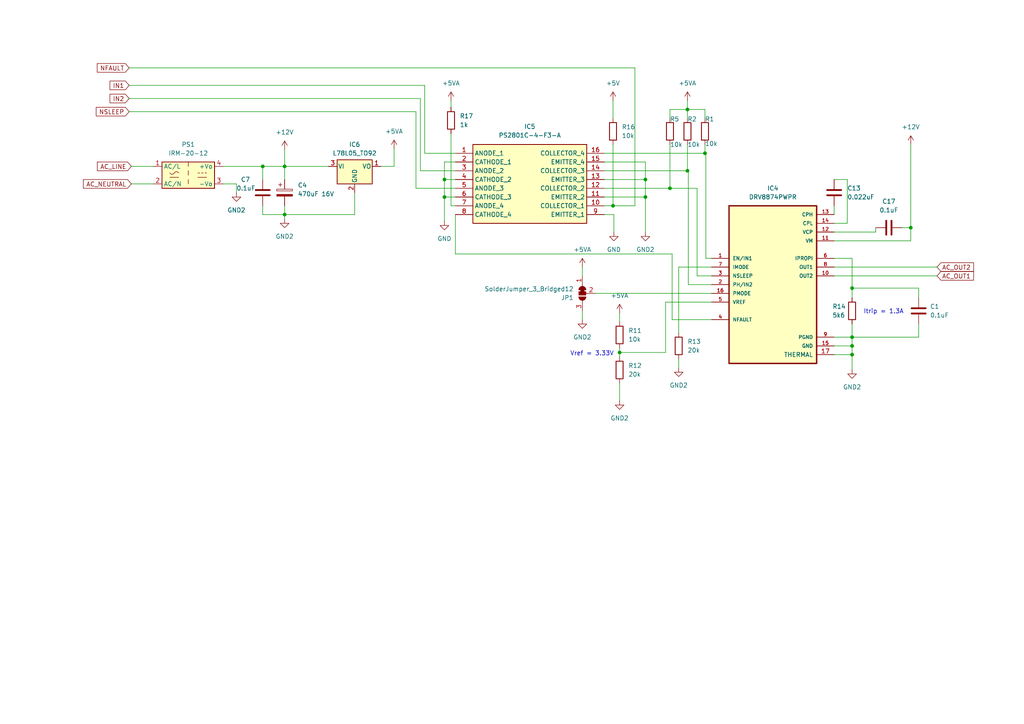
<source format=kicad_sch>
(kicad_sch (version 20230121) (generator eeschema)
  (paper "A4")
  (lib_symbols
    (symbol "Converter_ACDC:IRM-20-5"
      (property "Reference" "PS" (at 0 5.08 0))
      (property "Value" "IRM-20-5" (at 0 -5.08 0))
      (symbol "IRM-20-5_0_1"
        (rectangle (start -7.62 3.81) (end 7.62 -3.81) (stroke (width 0.254)) (fill (type background)))
        (arc (start -5.334 0.635) (mid -4.699 0.2495) (end -4.064 0.635))
        (arc (start -2.794 0.635) (mid -3.429 1.0072) (end -4.064 0.635))
        (polyline (pts (xy -5.334 -0.635) (xy -2.794 -0.635)))
        (polyline (pts (xy 0 -1.27) (xy 0 -2.54)))
        (polyline (pts (xy 0 1.27) (xy 0 0)))
        (polyline (pts (xy 0 3.81) (xy 0 2.54)))
        (polyline (pts (xy 2.794 -0.635) (xy 5.334 -0.635)))
        (polyline (pts (xy 2.794 0.635) (xy 3.302 0.635)))
        (polyline (pts (xy 3.81 0.635) (xy 4.318 0.635)))
        (polyline (pts (xy 4.826 0.635) (xy 5.334 0.635)))
      )
      (symbol "IRM-20-5_1_1"
        (pin power_in line (at -10.16 2.54 0) (length 2.54) (name "AC/L") (number "1"))
        (pin power_in line (at -10.16 -2.54 0) (length 2.54) (name "AC/N") (number "2"))
        (pin power_out line (at 10.16 -2.54 180) (length 2.54) (name "-Vo") (number "3"))
        (pin power_out line (at 10.16 2.54 180) (length 2.54) (name "+Vo") (number "4"))
      )
    )
    (symbol "DRV8874PWPR:DRV8874PWPR" (pin_names (offset 1.016))
      (property "Reference" "U" (at -12.7 23.86 0))
      (property "Value" "DRV8874PWPR" (at -12.7 -26.86 0))
      (symbol "DRV8874PWPR_0_0"
        (rectangle (start -12.7 -22.86) (end 12.7 22.86) (stroke (width 0.41)) (fill (type background)))
        (pin input line (at -17.78 7.62 0) (length 5.08) (name "EN/IN1") (number "1"))
        (pin output line (at 17.78 2.54 180) (length 5.08) (name "OUT2") (number "10"))
        (pin power_in line (at 17.78 12.7 180) (length 5.08) (name "VM") (number "11"))
        (pin power_in line (at 17.78 15.24 180) (length 5.08) (name "VCP") (number "12"))
        (pin power_in line (at 17.78 20.32 180) (length 5.08) (name "CPH") (number "13"))
        (pin power_in line (at 17.78 17.78 180) (length 5.08) (name "CPL") (number "14"))
        (pin power_in line (at 17.78 -17.78 180) (length 5.08) (name "GND") (number "15"))
        (pin input line (at -17.78 -2.54 0) (length 5.08) (name "PMODE") (number "16"))
        (pin input line (at -17.78 0 0) (length 5.08) (name "PH/IN2") (number "2"))
        (pin input line (at -17.78 2.54 0) (length 5.08) (name "NSLEEP") (number "3"))
        (pin bidirectional line (at -17.78 -10.16 0) (length 5.08) (name "NFAULT") (number "4"))
        (pin input line (at -17.78 -5.08 0) (length 5.08) (name "VREF") (number "5"))
        (pin output line (at 17.78 7.62 180) (length 5.08) (name "IPROPI") (number "6"))
        (pin input line (at -17.78 5.08 0) (length 5.08) (name "IMODE") (number "7"))
        (pin output line (at 17.78 5.08 180) (length 5.08) (name "OUT1") (number "8"))
        (pin power_in line (at 17.78 -15.24 180) (length 5.08) (name "PGND") (number "9"))
      )
      (symbol "DRV8874PWPR_1_1"
        (pin input line (at 17.78 -20.32 180) (length 5.08) (name "THERMAL") (number "17"))
      )
    )
    (symbol "Device:C" (pin_numbers hide) (pin_names (offset 0.254))
      (property "Reference" "C" (at 0.635 2.54 0))
      (property "Value" "C" (at 0.635 -2.54 0))
      (symbol "C_0_1"
        (polyline (pts (xy -2.032 -0.762) (xy 2.032 -0.762)) (stroke (width 0.508)))
        (polyline (pts (xy -2.032 0.762) (xy 2.032 0.762)) (stroke (width 0.508)))
      )
      (symbol "C_1_1"
        (pin passive line (at 0 3.81 270) (length 2.794) (name "~") (number "1"))
        (pin passive line (at 0 -3.81 90) (length 2.794) (name "~") (number "2"))
      )
    )
    (symbol "Device:C_Polarized" (pin_numbers hide) (pin_names (offset 0.254))
      (property "Reference" "C" (at 0.635 2.54 0))
      (property "Value" "C_Polarized" (at 0.635 -2.54 0))
      (symbol "C_Polarized_0_1"
        (rectangle (start -2.286 0.508) (end 2.286 1.016))
        (polyline (pts (xy -1.778 2.286) (xy -0.762 2.286)))
        (polyline (pts (xy -1.27 2.794) (xy -1.27 1.778)))
        (rectangle (start 2.286 -0.508) (end -2.286 -1.016) (fill (type outline)))
      )
      (symbol "C_Polarized_1_1"
        (pin passive line (at 0 3.81 270) (length 2.794) (name "~") (number "1"))
        (pin passive line (at 0 -3.81 90) (length 2.794) (name "~") (number "2"))
      )
    )
    (symbol "Device:R" (pin_numbers hide) (pin_names (offset 0))
      (property "Reference" "R" (at 2.032 0 90))
      (property "Value" "R" (at 0 0 90))
      (symbol "R_0_1"
        (rectangle (start -1.016 -2.54) (end 1.016 2.54) (stroke (width 0.254)))
      )
      (symbol "R_1_1"
        (pin passive line (at 0 3.81 270) (length 1.27) (name "~") (number "1"))
        (pin passive line (at 0 -3.81 90) (length 1.27) (name "~") (number "2"))
      )
    )
    (symbol "Jumper:SolderJumper_3_Bridged12" (pin_names (offset 0) hide)
      (property "Reference" "JP" (at -2.54 -2.54 0))
      (property "Value" "SolderJumper_3_Bridged12" (at 0 2.794 0))
      (symbol "SolderJumper_3_Bridged12_0_1"
        (rectangle (start -1.016 0.508) (end -0.508 -0.508) (fill (type outline)))
        (arc (start -1.016 1.016) (mid -2.0276 0) (end -1.016 -1.016))
        (arc (start -1.016 1.016) (mid -2.0276 0) (end -1.016 -1.016) (fill (type outline)))
        (rectangle (start -0.508 1.016) (end 0.508 -1.016) (fill (type outline)))
        (polyline (pts (xy -2.54 0) (xy -2.032 0)))
        (polyline (pts (xy -1.016 1.016) (xy -1.016 -1.016)))
        (polyline (pts (xy 0 -1.27) (xy 0 -1.016)))
        (polyline (pts (xy 1.016 1.016) (xy 1.016 -1.016)))
        (polyline (pts (xy 2.54 0) (xy 2.032 0)))
        (arc (start 1.016 -1.016) (mid 2.0276 0) (end 1.016 1.016))
        (arc (start 1.016 -1.016) (mid 2.0276 0) (end 1.016 1.016) (fill (type outline)))
      )
      (symbol "SolderJumper_3_Bridged12_1_1"
        (pin passive line (at -5.08 0 0) (length 2.54) (name "A") (number "1"))
        (pin passive line (at 0 -3.81 90) (length 2.54) (name "C") (number "2"))
        (pin passive line (at 5.08 0 180) (length 2.54) (name "B") (number "3"))
      )
    )
    (symbol "PS2801C-4-F3-A:PS2801C-4-F3-A"
      (property "Reference" "IC" (at 39.37 7.62 0))
      (property "Value" "PS2801C-4-F3-A" (at 39.37 5.08 0))
      (symbol "PS2801C-4-F3-A_1_1"
        (rectangle (start 5.08 2.54) (end 38.1 -20.32) (stroke (width 0.254)) (fill (type background)))
        (pin passive line (at 0 0 0) (length 5.08) (name "ANODE_1") (number "1"))
        (pin passive line (at 43.18 -15.24 180) (length 5.08) (name "COLLECTOR_1") (number "10"))
        (pin passive line (at 43.18 -12.7 180) (length 5.08) (name "EMITTER_2") (number "11"))
        (pin passive line (at 43.18 -10.16 180) (length 5.08) (name "COLLECTOR_2") (number "12"))
        (pin passive line (at 43.18 -7.62 180) (length 5.08) (name "EMITTER_3") (number "13"))
        (pin passive line (at 43.18 -5.08 180) (length 5.08) (name "COLLECTOR_3") (number "14"))
        (pin passive line (at 43.18 -2.54 180) (length 5.08) (name "EMITTER_4") (number "15"))
        (pin passive line (at 43.18 0 180) (length 5.08) (name "COLLECTOR_4") (number "16"))
        (pin passive line (at 0 -2.54 0) (length 5.08) (name "CATHODE_1") (number "2"))
        (pin passive line (at 0 -5.08 0) (length 5.08) (name "ANODE_2") (number "3"))
        (pin passive line (at 0 -7.62 0) (length 5.08) (name "CATHODE_2") (number "4"))
        (pin passive line (at 0 -10.16 0) (length 5.08) (name "ANODE_3") (number "5"))
        (pin passive line (at 0 -12.7 0) (length 5.08) (name "CATHODE_3") (number "6"))
        (pin passive line (at 0 -15.24 0) (length 5.08) (name "ANODE_4") (number "7"))
        (pin passive line (at 0 -17.78 0) (length 5.08) (name "CATHODE_4") (number "8"))
        (pin passive line (at 43.18 -17.78 180) (length 5.08) (name "EMITTER_1") (number "9"))
      )
    )
    (symbol "Regulator_Linear:L78L05_TO92" (pin_names (offset 0.254))
      (property "Reference" "U" (at -3.81 3.175 0))
      (property "Value" "L78L05_TO92" (at 0 3.175 0))
      (symbol "L78L05_TO92_0_1"
        (rectangle (start -5.08 -5.08) (end 5.08 1.905) (stroke (width 0.254)) (fill (type background)))
      )
      (symbol "L78L05_TO92_1_1"
        (pin power_out line (at 7.62 0 180) (length 2.54) (name "VO") (number "1"))
        (pin power_in line (at 0 -7.62 90) (length 2.54) (name "GND") (number "2"))
        (pin power_in line (at -7.62 0 0) (length 2.54) (name "VI") (number "3"))
      )
    )
    (symbol "power:+12V" (power) (pin_names (offset 0))
      (property "Value" "+12V" (at 0 3.556 0))
      (symbol "+12V_0_1"
        (polyline (pts (xy -0.762 1.27) (xy 0 2.54)))
        (polyline (pts (xy 0 0) (xy 0 2.54)))
        (polyline (pts (xy 0 2.54) (xy 0.762 1.27)))
      )
      (symbol "+12V_1_1"
        (pin power_in line (at 0 0 90) (length 0) hide (name "+12V") (number "1"))
      )
    )
    (symbol "power:+5V" (power) (pin_names (offset 0))
      (property "Value" "+5V" (at 0 3.556 0))
      (symbol "+5V_0_1"
        (polyline (pts (xy -0.762 1.27) (xy 0 2.54)))
        (polyline (pts (xy 0 0) (xy 0 2.54)))
        (polyline (pts (xy 0 2.54) (xy 0.762 1.27)))
      )
      (symbol "+5V_1_1"
        (pin power_in line (at 0 0 90) (length 0) hide (name "+5V") (number "1"))
      )
    )
    (symbol "power:+5VA" (power) (pin_names (offset 0))
      (property "Value" "+5VA" (at 0 3.556 0))
      (symbol "+5VA_0_1"
        (polyline (pts (xy -0.762 1.27) (xy 0 2.54)))
        (polyline (pts (xy 0 0) (xy 0 2.54)))
        (polyline (pts (xy 0 2.54) (xy 0.762 1.27)))
      )
      (symbol "+5VA_1_1"
        (pin power_in line (at 0 0 90) (length 0) hide (name "+5VA") (number "1"))
      )
    )
    (symbol "power:GND" (power) (pin_names (offset 0))
      (property "Value" "GND" (at 0 -3.81 0))
      (symbol "GND_0_1"
        (polyline (pts (xy 0 0) (xy 0 -1.27) (xy 1.27 -1.27) (xy 0 -2.54) (xy -1.27 -1.27) (xy 0 -1.27)))
      )
      (symbol "GND_1_1"
        (pin power_in line (at 0 0 270) (length 0) hide (name "GND") (number "1"))
      )
    )
    (symbol "power:GND2" (power) (pin_names (offset 0))
      (property "Value" "GND2" (at 0 -3.81 0))
      (symbol "GND2_0_1"
        (polyline (pts (xy 0 0) (xy 0 -1.27) (xy 1.27 -1.27) (xy 0 -2.54) (xy -1.27 -1.27) (xy 0 -1.27)))
      )
      (symbol "GND2_1_1"
        (pin power_in line (at 0 0 270) (length 0) hide (name "GND2") (number "1"))
      )
    )
  )
  (junction (at 194.31 54.61))
  (junction (at 187.198 52.07))
  (junction (at 177.8 59.69))
  (junction (at 187.198 57.15))
  (junction (at 199.39 49.53))
  (junction (at 128.905 52.07))
  (junction (at 82.55 48.26))
  (junction (at 247.142 102.87))
  (junction (at 179.705 102.235))
  (junction (at 204.47 44.45))
  (junction (at 247.142 100.33))
  (junction (at 199.39 31.75))
  (junction (at 82.55 62.23))
  (junction (at 247.142 97.79))
  (junction (at 76.2 48.26))
  (junction (at 264.16 66.04))
  (junction (at 247.142 83.566))
  (junction (at 128.905 57.15))
  (wire (pts (xy 206.375 74.93) (xy 204.724 74.93)))
  (wire (pts (xy 179.705 90.805) (xy 179.705 93.345)))
  (wire (pts (xy 206.375 77.47) (xy 196.85 77.47)))
  (wire (pts (xy 130.81 59.69) (xy 130.81 38.735)))
  (wire (pts (xy 76.2 48.26) (xy 82.55 48.26)))
  (wire (pts (xy 206.375 82.55) (xy 199.644 82.55)))
  (wire (pts (xy 82.55 48.26) (xy 82.55 43.434)))
  (wire (pts (xy 76.2 62.23) (xy 82.55 62.23)))
  (wire (pts (xy 38.1 48.26) (xy 44.45 48.26)))
  (wire (pts (xy 247.142 74.93) (xy 247.142 83.566)))
  (wire (pts (xy 204.47 41.91) (xy 204.47 44.45)))
  (wire (pts (xy 266.446 86.36) (xy 266.446 83.566)))
  (wire (pts (xy 199.39 49.53) (xy 175.26 49.53)))
  (wire (pts (xy 175.26 59.69) (xy 177.8 59.69)))
  (wire (pts (xy 241.935 97.79) (xy 247.142 97.79)))
  (wire (pts (xy 266.446 83.566) (xy 247.142 83.566)))
  (wire (pts (xy 247.142 74.93) (xy 241.935 74.93)))
  (wire (pts (xy 128.905 46.99) (xy 128.905 52.07)))
  (wire (pts (xy 204.724 44.45) (xy 204.47 44.45)))
  (wire (pts (xy 247.142 93.98) (xy 247.142 97.79)))
  (wire (pts (xy 247.142 100.33) (xy 247.142 102.87)))
  (wire (pts (xy 241.935 67.31) (xy 254 67.31)))
  (wire (pts (xy 175.26 52.07) (xy 187.198 52.07)))
  (wire (pts (xy 184.15 19.685) (xy 184.15 59.69)))
  (wire (pts (xy 64.77 48.26) (xy 76.2 48.26)))
  (wire (pts (xy 123.19 24.765) (xy 37.465 24.765)))
  (wire (pts (xy 132.08 49.53) (xy 121.92 49.53)))
  (wire (pts (xy 37.465 19.685) (xy 184.15 19.685)))
  (wire (pts (xy 206.375 87.63) (xy 193.04 87.63)))
  (wire (pts (xy 38.1 53.34) (xy 44.45 53.34)))
  (wire (pts (xy 132.08 59.69) (xy 130.81 59.69)))
  (wire (pts (xy 179.705 111.125) (xy 179.705 116.205)))
  (wire (pts (xy 247.142 83.566) (xy 247.142 86.36)))
  (wire (pts (xy 132.08 44.45) (xy 123.19 44.45)))
  (wire (pts (xy 64.77 53.34) (xy 68.58 53.34)))
  (wire (pts (xy 196.85 77.47) (xy 196.85 96.52)))
  (wire (pts (xy 206.375 80.01) (xy 202.184 80.01)))
  (wire (pts (xy 175.26 46.99) (xy 187.198 46.99)))
  (wire (pts (xy 264.16 41.91) (xy 264.16 66.04)))
  (wire (pts (xy 82.55 48.26) (xy 82.55 52.07)))
  (wire (pts (xy 199.39 41.91) (xy 199.39 49.53)))
  (wire (pts (xy 241.935 102.87) (xy 247.142 102.87)))
  (wire (pts (xy 128.905 52.07) (xy 128.905 57.15)))
  (wire (pts (xy 199.39 31.75) (xy 199.39 34.29)))
  (wire (pts (xy 194.31 31.75) (xy 199.39 31.75)))
  (wire (pts (xy 187.198 46.99) (xy 187.198 52.07)))
  (wire (pts (xy 204.47 31.75) (xy 199.39 31.75)))
  (wire (pts (xy 132.08 73.66) (xy 132.08 62.23)))
  (wire (pts (xy 121.92 49.53) (xy 121.92 28.575)))
  (wire (pts (xy 168.91 90.17) (xy 168.91 92.71)))
  (wire (pts (xy 132.08 54.61) (xy 120.65 54.61)))
  (wire (pts (xy 82.55 62.23) (xy 82.55 63.5)))
  (wire (pts (xy 132.08 46.99) (xy 128.905 46.99)))
  (wire (pts (xy 177.8 29.21) (xy 177.8 34.29)))
  (wire (pts (xy 123.19 44.45) (xy 123.19 24.765)))
  (wire (pts (xy 245.745 64.77) (xy 241.935 64.77)))
  (wire (pts (xy 196.85 104.14) (xy 196.85 106.68)))
  (wire (pts (xy 194.945 92.71) (xy 194.945 73.66)))
  (wire (pts (xy 241.935 59.69) (xy 241.935 62.23)))
  (wire (pts (xy 102.87 55.88) (xy 102.87 62.23)))
  (wire (pts (xy 241.935 77.47) (xy 271.78 77.47)))
  (wire (pts (xy 261.62 66.04) (xy 264.16 66.04)))
  (wire (pts (xy 120.65 32.385) (xy 37.465 32.385)))
  (wire (pts (xy 194.945 73.66) (xy 132.08 73.66)))
  (wire (pts (xy 241.935 52.07) (xy 245.745 52.07)))
  (wire (pts (xy 175.26 57.15) (xy 187.198 57.15)))
  (wire (pts (xy 194.31 54.61) (xy 175.26 54.61)))
  (wire (pts (xy 178.054 62.23) (xy 178.054 67.31)))
  (wire (pts (xy 187.198 57.15) (xy 187.198 67.31)))
  (wire (pts (xy 241.935 69.85) (xy 264.16 69.85)))
  (wire (pts (xy 202.184 54.61) (xy 194.31 54.61)))
  (wire (pts (xy 132.08 52.07) (xy 128.905 52.07)))
  (wire (pts (xy 172.72 85.09) (xy 206.375 85.09)))
  (wire (pts (xy 121.92 28.575) (xy 37.465 28.575)))
  (wire (pts (xy 245.745 52.07) (xy 245.745 64.77)))
  (wire (pts (xy 199.644 49.53) (xy 199.39 49.53)))
  (wire (pts (xy 264.16 66.04) (xy 264.16 69.85)))
  (wire (pts (xy 187.198 52.07) (xy 187.198 57.15)))
  (wire (pts (xy 82.55 48.26) (xy 95.25 48.26)))
  (wire (pts (xy 177.8 59.69) (xy 177.8 41.91)))
  (wire (pts (xy 199.644 82.55) (xy 199.644 49.53)))
  (wire (pts (xy 204.47 34.29) (xy 204.47 31.75)))
  (wire (pts (xy 76.2 59.69) (xy 76.2 62.23)))
  (wire (pts (xy 102.87 62.23) (xy 82.55 62.23)))
  (wire (pts (xy 204.724 74.93) (xy 204.724 44.45)))
  (wire (pts (xy 266.446 93.98) (xy 266.446 97.79)))
  (wire (pts (xy 110.49 48.26) (xy 114.3 48.26)))
  (wire (pts (xy 179.705 100.965) (xy 179.705 102.235)))
  (wire (pts (xy 68.58 53.34) (xy 68.58 55.88)))
  (wire (pts (xy 184.15 59.69) (xy 177.8 59.69)))
  (wire (pts (xy 194.31 41.91) (xy 194.31 54.61)))
  (wire (pts (xy 82.55 59.69) (xy 82.55 62.23)))
  (wire (pts (xy 204.47 44.45) (xy 175.26 44.45)))
  (wire (pts (xy 199.39 29.21) (xy 199.39 31.75)))
  (wire (pts (xy 247.142 97.79) (xy 247.142 100.33)))
  (wire (pts (xy 130.81 29.21) (xy 130.81 31.115)))
  (wire (pts (xy 128.905 57.15) (xy 128.905 64.135)))
  (wire (pts (xy 114.3 48.26) (xy 114.3 43.18)))
  (wire (pts (xy 202.184 80.01) (xy 202.184 54.61)))
  (wire (pts (xy 76.2 48.26) (xy 76.2 52.07)))
  (wire (pts (xy 194.31 34.29) (xy 194.31 31.75)))
  (wire (pts (xy 120.65 54.61) (xy 120.65 32.385)))
  (wire (pts (xy 254 67.31) (xy 254 66.04)))
  (wire (pts (xy 241.935 80.01) (xy 271.78 80.01)))
  (wire (pts (xy 206.375 92.71) (xy 194.945 92.71)))
  (wire (pts (xy 241.935 100.33) (xy 247.142 100.33)))
  (wire (pts (xy 247.142 102.87) (xy 247.142 107.188)))
  (wire (pts (xy 179.705 102.235) (xy 179.705 103.505)))
  (wire (pts (xy 193.04 102.235) (xy 179.705 102.235)))
  (wire (pts (xy 193.04 87.63) (xy 193.04 102.235)))
  (wire (pts (xy 132.08 57.15) (xy 128.905 57.15)))
  (wire (pts (xy 266.446 97.79) (xy 247.142 97.79)))
  (wire (pts (xy 175.26 62.23) (xy 178.054 62.23)))
  (wire (pts (xy 168.91 77.47) (xy 168.91 80.01)))
  (text "Vref = 3.33V" (at 165.354 103.378 0) (effects (font (size 1.27 1.27)) (justify left bottom)))
  (text "Itrip = 1.3A" (at 250.444 91.186 0) (effects (font (size 1.27 1.27)) (justify left bottom)))
  (global_label "IN1" (shape input) (at 37.465 24.765 180) (property "Intersheetrefs" "${INTERSHEET_REFS}" (effects hide)))
  (global_label "NSLEEP" (shape input) (at 37.465 32.385 180) (property "Intersheetrefs" "${INTERSHEET_REFS}" (effects hide)))
  (global_label "AC_NEUTRAL" (shape input) (at 38.1 53.34 180) (property "Intersheetrefs" "${INTERSHEET_REFS}" (effects hide)))
  (global_label "IN2" (shape input) (at 37.465 28.575 180) (property "Intersheetrefs" "${INTERSHEET_REFS}" (effects hide)))
  (global_label "NFAULT" (shape input) (at 37.465 19.685 180) (property "Intersheetrefs" "${INTERSHEET_REFS}" (effects hide)))
  (global_label "AC_OUT1" (shape input) (at 271.78 80.01 0) (property "Intersheetrefs" "${INTERSHEET_REFS}" (effects hide)))
  (global_label "AC_OUT2" (shape input) (at 271.78 77.47 0) (property "Intersheetrefs" "${INTERSHEET_REFS}" (effects hide)))
  (global_label "AC_LINE" (shape input) (at 38.1 48.26 180) (property "Intersheetrefs" "${INTERSHEET_REFS}" (effects hide)))
  (symbol (lib_id "Device:C") (at 76.2 55.88 180) (unit 1)
    (property "Reference" "C7" (at 69.85 52.07 0) (effects (justify right)))
    (property "Value" "0.1uF" (at 68.58 54.61 0) (effects (justify right)))
    (property "Footprint" "Capacitor_SMD:C_0805_2012Metric_Pad1.18x1.45mm_HandSolder" (effects hide))
  )
  (symbol (lib_id "Device:C") (at 266.446 90.17 180) (unit 1)
    (property "Reference" "C1" (at 269.748 88.9 0) (effects (justify right)))
    (property "Value" "0.1uF" (at 269.748 91.44 0) (effects (justify right)))
    (property "Footprint" "Capacitor_SMD:C_0805_2012Metric_Pad1.18x1.45mm_HandSolder" (effects hide))
  )
  (symbol (lib_id "Device:C") (at 241.935 55.88 0) (unit 1)
    (property "Reference" "C13" (at 245.745 54.61 0) (effects (justify left)))
    (property "Value" "0.022uF" (at 245.745 57.15 0) (effects (justify left)))
    (property "Footprint" "Capacitor_SMD:C_0805_2012Metric_Pad1.18x1.45mm_HandSolder" (effects hide))
  )
  (symbol (lib_id "power:+5VA") (at 130.81 29.21 0) (unit 1)
    (property "Reference" "#PWR029" (effects hide))
    (property "Value" "+5VA" (at 130.81 24.13 0))
  )
  (symbol (lib_id "power:+5VA") (at 179.705 90.805 0) (unit 1)
    (property "Reference" "#PWR08" (effects hide))
    (property "Value" "+5VA" (at 179.705 85.725 0))
  )
  (symbol (lib_id "power:GND2") (at 168.91 92.71 0) (unit 1)
    (property "Reference" "#PWR022" (effects hide))
    (property "Value" "GND2" (at 168.91 97.79 0))
  )
  (symbol (lib_id "Converter_ACDC:IRM-20-5") (at 54.61 50.8 0) (unit 1)
    (property "Reference" "PS1" (at 54.61 41.91 0))
    (property "Value" "IRM-20-12" (at 54.61 44.45 0))
    (property "Footprint" "Converter_ACDC:Converter_ACDC_MeanWell_IRM-20-xx_THT" (effects hide))
    (property "Datasheet" "http://www.meanwell.com/Upload/PDF/IRM-20/IRM-20-SPEC.PDF" (effects hide))
  )
  (symbol (lib_id "power:GND2") (at 187.198 67.31 0) (unit 1)
    (property "Reference" "#PWR014" (effects hide))
    (property "Value" "GND2" (at 187.198 72.39 0))
  )
  (symbol (lib_id "Device:R") (at 194.31 38.1 0) (unit 1)
    (property "Reference" "R5" (at 194.31 34.544 0) (effects (justify left)))
    (property "Value" "10k" (at 194.31 41.91 0) (effects (justify left)))
    (property "Footprint" "Resistor_SMD:R_0805_2012Metric_Pad1.20x1.40mm_HandSolder" (effects hide))
  )
  (symbol (lib_id "Device:R") (at 179.705 97.155 0) (unit 1)
    (property "Reference" "R11" (at 182.245 95.885 0) (effects (justify left)))
    (property "Value" "10k" (at 182.245 98.425 0) (effects (justify left)))
    (property "Footprint" "Resistor_SMD:R_0805_2012Metric_Pad1.20x1.40mm_HandSolder" (effects hide))
  )
  (symbol (lib_id "power:+12V") (at 82.55 43.434 0) (unit 1)
    (property "Reference" "#PWR04" (effects hide))
    (property "Value" "+12V" (at 82.55 38.354 0))
  )
  (symbol (lib_id "power:GND") (at 178.054 67.31 0) (unit 1)
    (property "Reference" "#PWR021" (effects hide))
    (property "Value" "GND" (at 178.054 72.39 0))
  )
  (symbol (lib_id "power:+5VA") (at 168.91 77.47 0) (unit 1)
    (property "Reference" "#PWR027" (effects hide))
    (property "Value" "+5VA" (at 168.91 72.39 0))
  )
  (symbol (lib_id "Device:R") (at 247.142 90.17 0) (unit 1)
    (property "Reference" "R14" (at 241.427 88.9 0) (effects (justify left)))
    (property "Value" "5k6" (at 241.427 91.44 0) (effects (justify left)))
    (property "Footprint" "Resistor_SMD:R_0805_2012Metric_Pad1.20x1.40mm_HandSolder" (effects hide))
  )
  (symbol (lib_id "power:+5V") (at 177.8 29.21 0) (unit 1)
    (property "Reference" "#PWR030" (effects hide))
    (property "Value" "+5V" (at 177.8 24.13 0))
  )
  (symbol (lib_id "power:+5VA") (at 114.3 43.18 0) (unit 1)
    (property "Reference" "#PWR026" (effects hide))
    (property "Value" "+5VA" (at 114.3 38.1 0))
  )
  (symbol (lib_id "power:+12V") (at 264.16 41.91 0) (unit 1)
    (property "Reference" "#PWR041" (effects hide))
    (property "Value" "+12V" (at 264.16 36.83 0))
  )
  (symbol (lib_id "power:GND2") (at 179.705 116.205 0) (unit 1)
    (property "Reference" "#PWR038" (effects hide))
    (property "Value" "GND2" (at 179.705 121.285 0))
  )
  (symbol (lib_id "DRV8874PWPR:DRV8874PWPR") (at 224.155 82.55 0) (unit 1)
    (property "Reference" "IC4" (at 224.155 54.61 0))
    (property "Value" "DRV8874PWPR" (at 224.155 57.15 0))
    (property "Footprint" "DRV8874PWPR:SOP65P640X120-17N" (effects hide))
    (property "MF" "Texas Instruments" (effects hide))
    (property "Description" "\n40-V, 6-A H-bridge motor driver with integrated current sensing feedback\n" (effects hide))
    (property "Package" "HTSSOP-16 Texas Instruments" (effects hide))
    (property "Price" "None" (effects hide))
    (property "SnapEDA_Link" "https://www.snapeda.com/parts/DRV8874PWPR/Texas+Instruments/view-part/?ref=snap" (effects hide))
    (property "MP" "DRV8874PWPR" (effects hide))
    (property "Availability" "In Stock" (effects hide))
    (property "Check_prices" "https://www.snapeda.com/parts/DRV8874PWPR/Texas+Instruments/view-part/?ref=eda" (effects hide))
  )
  (symbol (lib_id "Device:R") (at 179.705 107.315 0) (unit 1)
    (property "Reference" "R12" (at 182.245 106.045 0) (effects (justify left)))
    (property "Value" "20k" (at 182.245 108.585 0) (effects (justify left)))
    (property "Footprint" "Resistor_SMD:R_0805_2012Metric_Pad1.20x1.40mm_HandSolder" (effects hide))
  )
  (symbol (lib_id "power:GND2") (at 82.55 63.5 0) (unit 1)
    (property "Reference" "#PWR032" (effects hide))
    (property "Value" "GND2" (at 82.55 68.58 0))
  )
  (symbol (lib_id "Device:R") (at 196.85 100.33 0) (unit 1)
    (property "Reference" "R13" (at 199.39 99.06 0) (effects (justify left)))
    (property "Value" "20k" (at 199.39 101.6 0) (effects (justify left)))
    (property "Footprint" "Resistor_SMD:R_0805_2012Metric_Pad1.20x1.40mm_HandSolder" (effects hide))
  )
  (symbol (lib_id "Regulator_Linear:L78L05_TO92") (at 102.87 48.26 0) (unit 1)
    (property "Reference" "IC6" (at 102.87 41.91 0))
    (property "Value" "L78L05_TO92" (at 102.87 44.45 0))
    (property "Footprint" "Package_TO_SOT_THT:TO-92_Inline" (effects hide))
    (property "Datasheet" "http://www.st.com/content/ccc/resource/technical/document/datasheet/15/55/e5/aa/23/5b/43/fd/CD00000446.pdf/files/CD00000446.pdf/jcr:content/translations/en.CD00000446.pdf" (effects hide))
  )
  (symbol (lib_id "power:GND2") (at 68.58 55.88 0) (unit 1)
    (property "Reference" "#PWR09" (effects hide))
    (property "Value" "GND2" (at 68.58 60.96 0))
  )
  (symbol (lib_id "Device:R") (at 199.39 38.1 0) (unit 1)
    (property "Reference" "R2" (at 199.39 34.544 0) (effects (justify left)))
    (property "Value" "10k" (at 199.39 41.91 0) (effects (justify left)))
    (property "Footprint" "Resistor_SMD:R_0805_2012Metric_Pad1.20x1.40mm_HandSolder" (effects hide))
  )
  (symbol (lib_id "power:+5VA") (at 199.39 29.21 0) (unit 1)
    (property "Reference" "#PWR028" (effects hide))
    (property "Value" "+5VA" (at 199.39 24.13 0))
  )
  (symbol (lib_id "Device:R") (at 204.47 38.1 0) (unit 1)
    (property "Reference" "R1" (at 204.47 34.544 0) (effects (justify left)))
    (property "Value" "10k" (at 204.47 41.656 0) (effects (justify left)))
    (property "Footprint" "Resistor_SMD:R_0805_2012Metric_Pad1.20x1.40mm_HandSolder" (effects hide))
  )
  (symbol (lib_id "power:GND2") (at 247.142 107.188 0) (unit 1)
    (property "Reference" "#PWR040" (effects hide))
    (property "Value" "GND2" (at 247.142 112.268 0))
  )
  (symbol (lib_id "PS2801C-4-F3-A:PS2801C-4-F3-A") (at 132.08 44.45 0) (unit 1)
    (property "Reference" "IC5" (at 153.67 36.703 0))
    (property "Value" "PS2801C-4-F3-A" (at 153.67 39.243 0))
    (property "Footprint" "Package_SO:SOIC-16_4.55x10.3mm_P1.27mm" (effects hide))
    (property "Datasheet" "https://componentsearchengine.com/Datasheets/2/PS2801C-4-F3-A.pdf" (effects hide))
    (property "Height" "2.3" (effects hide))
    (property "Manufacturer_Name" "NEC" (effects hide))
    (property "Manufacturer_Part_Number" "PS2801C-4-F3-A" (effects hide))
  )
  (symbol (lib_id "Device:R") (at 177.8 38.1 0) (unit 1)
    (property "Reference" "R16" (at 180.34 36.83 0) (effects (justify left)))
    (property "Value" "10k" (at 180.34 39.37 0) (effects (justify left)))
    (property "Footprint" "Resistor_SMD:R_0805_2012Metric_Pad1.20x1.40mm_HandSolder" (effects hide))
  )
  (symbol (lib_id "Device:R") (at 130.81 34.925 0) (unit 1)
    (property "Reference" "R17" (at 133.35 33.655 0) (effects (justify left)))
    (property "Value" "1k" (at 133.35 36.195 0) (effects (justify left)))
    (property "Footprint" "Resistor_SMD:R_0805_2012Metric_Pad1.20x1.40mm_HandSolder" (effects hide))
  )
  (symbol (lib_id "Jumper:SolderJumper_3_Bridged12") (at 168.91 85.09 90) (mirror x) (unit 1)
    (property "Reference" "JP1" (at 166.37 86.36 90) (effects (justify left)))
    (property "Value" "SolderJumper_3_Bridged12" (at 166.37 83.82 90) (effects (justify left)))
    (property "Footprint" "Jumper:SolderJumper-3_P1.3mm_Bridged12_Pad1.0x1.5mm_NumberLabels" (effects hide))
  )
  (symbol (lib_id "Device:C") (at 257.81 66.04 90) (unit 1)
    (property "Reference" "C17" (at 257.81 58.42 90))
    (property "Value" "0.1uF" (at 257.81 60.96 90))
    (property "Footprint" "Capacitor_SMD:C_0805_2012Metric_Pad1.18x1.45mm_HandSolder" (effects hide))
  )
  (symbol (lib_id "power:GND2") (at 196.85 106.68 0) (unit 1)
    (property "Reference" "#PWR039" (effects hide))
    (property "Value" "GND2" (at 196.85 111.76 0))
  )
  (symbol (lib_id "power:GND") (at 128.905 64.135 0) (unit 1)
    (property "Reference" "#PWR031" (effects hide))
    (property "Value" "GND" (at 128.905 69.215 0))
  )
  (symbol (lib_id "Device:C_Polarized") (at 82.55 55.88 0) (unit 1)
    (property "Reference" "C4" (at 86.36 53.721 0) (effects (justify left)))
    (property "Value" "470uF 16V" (at 86.36 56.261 0) (effects (justify left)))
    (property "Footprint" "Capacitor_THT:CP_Radial_D6.3mm_P2.50mm" (effects hide))
  )
)
</source>
